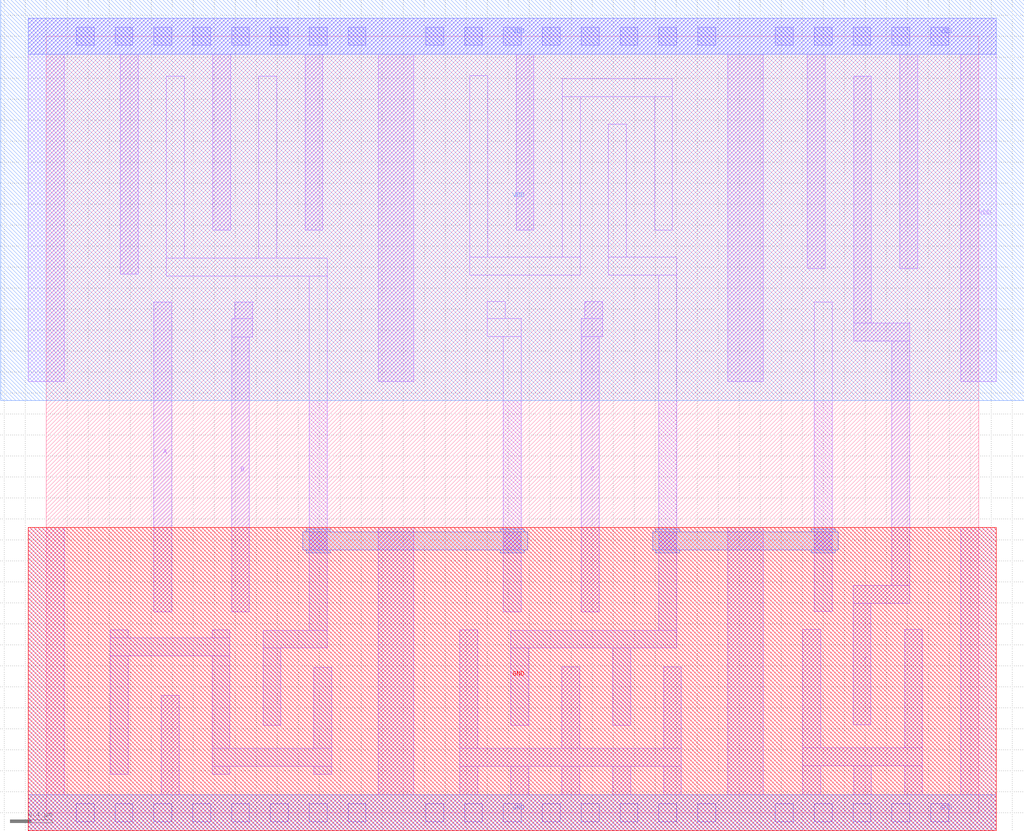
<source format=lef>
VERSION 5.7 ;
  NOWIREEXTENSIONATPIN ON ;
  DIVIDERCHAR "/" ;
  BUSBITCHARS "[]" ;
MACRO AO3X1
  CLASS CORE ;
  FOREIGN AO3X1 ;
  ORIGIN 0.000 0.000 ;
  SIZE 8.880 BY 7.400 ;
  SYMMETRY X Y R90 ;
  SITE unitrh ;
  PIN Y
    DIRECTION OUTPUT ;
    USE SIGNAL ;
    ANTENNADIFFAREA 0.771900 ;
    PORT
      LAYER li1 ;
        RECT 7.690 4.665 7.860 7.020 ;
        RECT 7.690 4.495 8.225 4.665 ;
        RECT 8.055 2.165 8.225 4.495 ;
        RECT 7.685 1.995 8.225 2.165 ;
        RECT 7.685 0.840 7.855 1.995 ;
    END
  END Y
  PIN A
    DIRECTION INPUT ;
    USE SIGNAL ;
    ANTENNAGATEAREA 1.033250 ;
    PORT
      LAYER li1 ;
        RECT 1.025 1.915 1.195 4.865 ;
    END
  END A
  PIN B
    DIRECTION INPUT ;
    USE SIGNAL ;
    ANTENNAGATEAREA 1.027250 ;
    PORT
      LAYER li1 ;
        RECT 1.795 4.710 1.965 4.865 ;
        RECT 1.765 4.535 1.965 4.710 ;
        RECT 1.765 1.915 1.935 4.535 ;
    END
  END B
  PIN C
    DIRECTION INPUT ;
    USE SIGNAL ;
    ANTENNAGATEAREA 1.026450 ;
    PORT
      LAYER li1 ;
        RECT 5.130 4.710 5.300 4.870 ;
        RECT 5.095 4.540 5.300 4.710 ;
        RECT 5.095 1.915 5.265 4.540 ;
    END
  END C
  PIN VDD
    DIRECTION INOUT ;
    USE POWER ;
    SHAPE ABUTMENT ;
    PORT
      LAYER nwell ;
        RECT -0.435 3.930 9.315 7.750 ;
      LAYER li1 ;
        RECT -0.170 7.230 9.050 7.570 ;
        RECT -0.170 4.110 0.170 7.230 ;
        RECT 0.705 5.135 0.875 7.230 ;
        RECT 1.585 5.555 1.755 7.230 ;
        RECT 2.465 5.555 2.635 7.230 ;
        RECT 3.160 4.110 3.500 7.230 ;
        RECT 4.475 5.555 4.645 7.230 ;
        RECT 6.490 4.110 6.830 7.230 ;
        RECT 7.250 5.185 7.420 7.230 ;
        RECT 8.130 5.185 8.300 7.230 ;
        RECT 8.710 4.110 9.050 7.230 ;
      LAYER mcon ;
        RECT 0.285 7.315 0.455 7.485 ;
        RECT 0.655 7.315 0.825 7.485 ;
        RECT 1.025 7.315 1.195 7.485 ;
        RECT 1.395 7.315 1.565 7.485 ;
        RECT 1.765 7.315 1.935 7.485 ;
        RECT 2.135 7.315 2.305 7.485 ;
        RECT 2.505 7.315 2.675 7.485 ;
        RECT 2.875 7.315 3.045 7.485 ;
        RECT 3.615 7.315 3.785 7.485 ;
        RECT 3.985 7.315 4.155 7.485 ;
        RECT 4.355 7.315 4.525 7.485 ;
        RECT 4.725 7.315 4.895 7.485 ;
        RECT 5.095 7.315 5.265 7.485 ;
        RECT 5.465 7.315 5.635 7.485 ;
        RECT 5.835 7.315 6.005 7.485 ;
        RECT 6.205 7.315 6.375 7.485 ;
        RECT 6.945 7.315 7.115 7.485 ;
        RECT 7.315 7.315 7.485 7.485 ;
        RECT 7.685 7.315 7.855 7.485 ;
        RECT 8.055 7.315 8.225 7.485 ;
        RECT 8.425 7.315 8.595 7.485 ;
      LAYER met1 ;
        RECT -0.170 7.230 9.050 7.570 ;
    END
  END VDD
  PIN GND
    DIRECTION INOUT ;
    USE GROUND ;
    SHAPE ABUTMENT ;
    PORT
      LAYER pwell ;
        RECT -0.170 -0.170 9.050 2.720 ;
      LAYER li1 ;
        RECT -0.170 0.170 0.170 2.720 ;
        RECT 1.095 0.170 1.265 1.120 ;
        RECT 3.160 0.170 3.500 2.720 ;
        RECT 3.940 0.615 4.110 1.745 ;
        RECT 4.910 0.615 5.080 1.390 ;
        RECT 5.880 0.615 6.050 1.390 ;
        RECT 3.940 0.445 6.050 0.615 ;
        RECT 3.940 0.170 4.110 0.445 ;
        RECT 4.425 0.170 4.595 0.445 ;
        RECT 4.910 0.170 5.080 0.445 ;
        RECT 5.395 0.170 5.565 0.445 ;
        RECT 5.880 0.170 6.050 0.445 ;
        RECT 6.490 0.170 6.830 2.720 ;
        RECT 7.205 0.620 7.375 1.750 ;
        RECT 8.175 0.620 8.345 1.750 ;
        RECT 7.205 0.450 8.345 0.620 ;
        RECT 7.205 0.170 7.375 0.450 ;
        RECT 7.690 0.170 7.860 0.450 ;
        RECT 8.175 0.170 8.345 0.450 ;
        RECT 8.710 0.170 9.050 2.720 ;
        RECT -0.170 -0.170 9.050 0.170 ;
      LAYER mcon ;
        RECT 0.285 -0.085 0.455 0.085 ;
        RECT 0.655 -0.085 0.825 0.085 ;
        RECT 1.025 -0.085 1.195 0.085 ;
        RECT 1.395 -0.085 1.565 0.085 ;
        RECT 1.765 -0.085 1.935 0.085 ;
        RECT 2.135 -0.085 2.305 0.085 ;
        RECT 2.505 -0.085 2.675 0.085 ;
        RECT 2.875 -0.085 3.045 0.085 ;
        RECT 3.615 -0.085 3.785 0.085 ;
        RECT 3.985 -0.085 4.155 0.085 ;
        RECT 4.355 -0.085 4.525 0.085 ;
        RECT 4.725 -0.085 4.895 0.085 ;
        RECT 5.095 -0.085 5.265 0.085 ;
        RECT 5.465 -0.085 5.635 0.085 ;
        RECT 5.835 -0.085 6.005 0.085 ;
        RECT 6.205 -0.085 6.375 0.085 ;
        RECT 6.945 -0.085 7.115 0.085 ;
        RECT 7.315 -0.085 7.485 0.085 ;
        RECT 7.685 -0.085 7.855 0.085 ;
        RECT 8.055 -0.085 8.225 0.085 ;
        RECT 8.425 -0.085 8.595 0.085 ;
      LAYER met1 ;
        RECT -0.170 -0.170 9.050 0.170 ;
    END
  END GND
  OBS
      LAYER li1 ;
        RECT 1.145 5.285 1.315 7.020 ;
        RECT 2.025 5.285 2.195 7.020 ;
        RECT 4.035 5.295 4.205 7.025 ;
        RECT 4.915 6.825 5.965 6.995 ;
        RECT 4.915 5.295 5.085 6.825 ;
        RECT 1.145 5.115 2.675 5.285 ;
        RECT 4.035 5.125 5.085 5.295 ;
        RECT 5.355 5.295 5.525 6.565 ;
        RECT 5.795 5.555 5.965 6.825 ;
        RECT 5.355 5.125 6.005 5.295 ;
        RECT 0.610 1.665 0.780 1.745 ;
        RECT 1.580 1.665 1.750 1.745 ;
        RECT 2.505 1.740 2.675 5.115 ;
        RECT 4.200 4.710 4.370 4.870 ;
        RECT 4.200 4.540 4.525 4.710 ;
        RECT 4.355 1.915 4.525 4.540 ;
        RECT 5.835 1.740 6.005 5.125 ;
        RECT 7.315 1.920 7.485 4.865 ;
        RECT 0.610 1.495 1.750 1.665 ;
        RECT 0.610 0.365 0.780 1.495 ;
        RECT 1.580 0.615 1.750 1.495 ;
        RECT 2.065 1.570 2.675 1.740 ;
        RECT 4.425 1.570 6.005 1.740 ;
        RECT 2.065 0.835 2.235 1.570 ;
        RECT 2.550 0.615 2.720 1.385 ;
        RECT 4.425 0.835 4.595 1.570 ;
        RECT 5.395 0.835 5.565 1.570 ;
        RECT 1.580 0.445 2.720 0.615 ;
        RECT 1.580 0.365 1.750 0.445 ;
        RECT 2.550 0.365 2.720 0.445 ;
      LAYER mcon ;
        RECT 2.505 2.505 2.675 2.675 ;
        RECT 4.355 2.505 4.525 2.675 ;
        RECT 5.835 2.505 6.005 2.675 ;
        RECT 7.315 2.505 7.485 2.675 ;
      LAYER met1 ;
        RECT 2.475 2.675 2.705 2.705 ;
        RECT 4.325 2.675 4.555 2.705 ;
        RECT 5.805 2.675 6.035 2.705 ;
        RECT 7.285 2.675 7.515 2.705 ;
        RECT 2.445 2.505 4.585 2.675 ;
        RECT 5.775 2.505 7.545 2.675 ;
        RECT 2.475 2.475 2.705 2.505 ;
        RECT 4.325 2.475 4.555 2.505 ;
        RECT 5.805 2.475 6.035 2.505 ;
        RECT 7.285 2.475 7.515 2.505 ;
  END
END AO3X1
END LIBRARY


</source>
